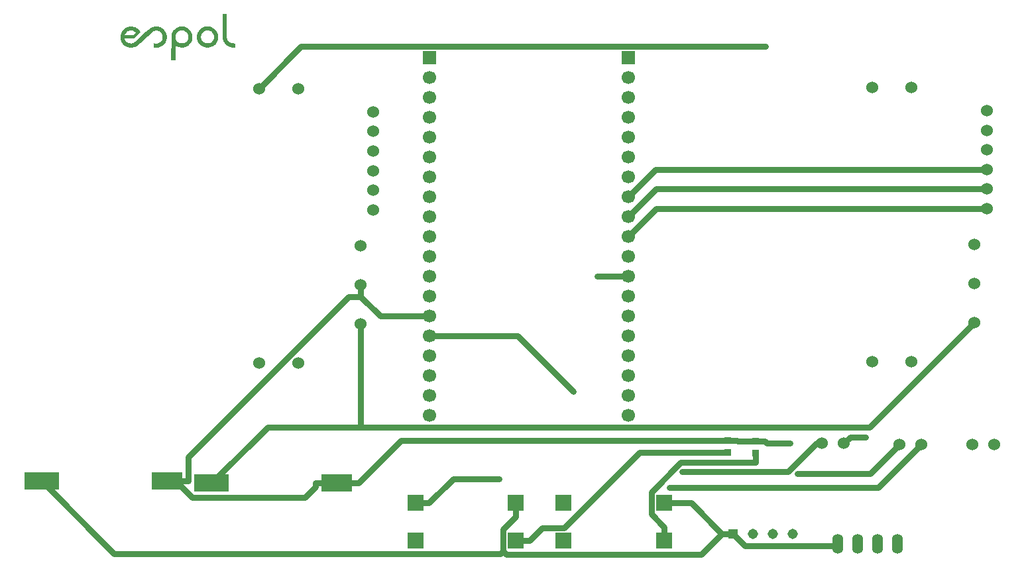
<source format=gtl>
G04 Layer: TopLayer*
G04 EasyEDA v6.5.15, 2022-09-06 17:38:20*
G04 Gerber Generator version 0.2*
G04 Scale: 100 percent, Rotated: No, Reflected: No *
G04 Dimensions in millimeters *
G04 leading zeros omitted , absolute positions ,4 integer and 5 decimal *
%FSLAX45Y45*%
%MOMM*%

%AMMACRO1*21,1,$1,$2,0,0,$3*%
%ADD10C,0.7500*%
%ADD11R,4.0000X2.3000*%
%ADD12R,4.4000X2.3000*%
%ADD13MACRO1,0.864X0.8065X0.0000*%
%ADD14R,0.8640X0.8065*%
%ADD15R,1.3081X1.3081*%
%ADD16C,1.3081*%
%ADD17C,1.7000*%
%ADD18R,1.7000X1.7000*%
%ADD19C,1.5240*%
%ADD20R,2.0000X2.0000*%
%ADD21O,1.39954X2.51968*%
%ADD22C,0.6100*%
%ADD23C,0.0184*%

%LPD*%
G36*
X3365855Y6065723D02*
G01*
X3365957Y5844946D01*
X3366262Y5806389D01*
X3366973Y5776823D01*
X3368243Y5754522D01*
X3369157Y5745632D01*
X3370326Y5737860D01*
X3371646Y5731154D01*
X3373272Y5725210D01*
X3375151Y5719876D01*
X3378504Y5712460D01*
X3381146Y5707634D01*
X3390950Y5692292D01*
X3398520Y5682538D01*
X3406851Y5673547D01*
X3411270Y5669330D01*
X3420618Y5661456D01*
X3430574Y5654446D01*
X3440988Y5648350D01*
X3446373Y5645607D01*
X3457397Y5640832D01*
X3468725Y5637072D01*
X3474465Y5635599D01*
X3486099Y5633364D01*
X3497783Y5632297D01*
X3503625Y5632145D01*
X3529076Y5633313D01*
X3531006Y5684570D01*
X3499662Y5686704D01*
X3493312Y5687466D01*
X3487369Y5688482D01*
X3481832Y5689752D01*
X3476599Y5691276D01*
X3471621Y5693156D01*
X3466846Y5695289D01*
X3462274Y5697778D01*
X3457854Y5700674D01*
X3453485Y5703874D01*
X3449116Y5707532D01*
X3438906Y5717235D01*
X3432657Y5724194D01*
X3430117Y5727903D01*
X3427984Y5732068D01*
X3426104Y5736844D01*
X3424580Y5742533D01*
X3423310Y5749239D01*
X3422294Y5757265D01*
X3421481Y5766816D01*
X3420414Y5791301D01*
X3419957Y5824474D01*
X3419703Y6065723D01*
G37*
G36*
X3174288Y5903518D02*
G01*
X3162757Y5903112D01*
X3151022Y5901791D01*
X3145129Y5900724D01*
X3139186Y5899353D01*
X3133293Y5897676D01*
X3127502Y5895644D01*
X3121710Y5893308D01*
X3116072Y5890615D01*
X3110433Y5887618D01*
X3099409Y5880557D01*
X3093974Y5876493D01*
X3088589Y5872124D01*
X3083255Y5867349D01*
X3072638Y5856833D01*
X3063697Y5846775D01*
X3059988Y5841949D01*
X3056686Y5837123D01*
X3053791Y5832195D01*
X3051149Y5827115D01*
X3048762Y5821629D01*
X3046526Y5815736D01*
X3044444Y5809335D01*
X3040430Y5794451D01*
X3038348Y5783783D01*
X3037636Y5778449D01*
X3037050Y5766562D01*
X3090214Y5766562D01*
X3090265Y5772708D01*
X3090773Y5778906D01*
X3091789Y5785154D01*
X3093313Y5791403D01*
X3094939Y5796280D01*
X3097225Y5801360D01*
X3100070Y5806490D01*
X3103372Y5811672D01*
X3107080Y5816803D01*
X3111144Y5821781D01*
X3115462Y5826506D01*
X3119983Y5830976D01*
X3124606Y5834989D01*
X3129330Y5838596D01*
X3134004Y5841644D01*
X3138576Y5844032D01*
X3143656Y5846013D01*
X3149244Y5847638D01*
X3155188Y5848858D01*
X3161487Y5849772D01*
X3167888Y5850229D01*
X3174441Y5850382D01*
X3180994Y5850128D01*
X3187395Y5849518D01*
X3193592Y5848502D01*
X3199485Y5847181D01*
X3204972Y5845454D01*
X3210001Y5843320D01*
X3214979Y5840730D01*
X3219754Y5837834D01*
X3224225Y5834735D01*
X3228390Y5831382D01*
X3232353Y5827826D01*
X3239363Y5820156D01*
X3242462Y5816041D01*
X3245256Y5811774D01*
X3250031Y5802884D01*
X3251962Y5798261D01*
X3253638Y5793536D01*
X3255010Y5788710D01*
X3256076Y5783834D01*
X3256838Y5778906D01*
X3257346Y5773928D01*
X3257499Y5768949D01*
X3257397Y5763920D01*
X3256991Y5758942D01*
X3256229Y5753963D01*
X3255213Y5749036D01*
X3253892Y5744108D01*
X3252215Y5739282D01*
X3250285Y5734558D01*
X3247999Y5729884D01*
X3245408Y5725312D01*
X3242513Y5720892D01*
X3239312Y5716574D01*
X3235756Y5712409D01*
X3231896Y5708396D01*
X3227679Y5704586D01*
X3223260Y5700979D01*
X3218789Y5697778D01*
X3214217Y5694984D01*
X3209594Y5692597D01*
X3204870Y5690616D01*
X3199942Y5688939D01*
X3194862Y5687669D01*
X3189528Y5686755D01*
X3183940Y5686145D01*
X3178098Y5685891D01*
X3165348Y5686348D01*
X3159048Y5687110D01*
X3152902Y5688330D01*
X3147009Y5689955D01*
X3141268Y5692089D01*
X3135782Y5694578D01*
X3130550Y5697423D01*
X3125571Y5700674D01*
X3120847Y5704281D01*
X3116376Y5708192D01*
X3112262Y5712409D01*
X3108401Y5716879D01*
X3104896Y5721654D01*
X3101695Y5726633D01*
X3098901Y5731865D01*
X3096463Y5737250D01*
X3094380Y5742838D01*
X3092704Y5748578D01*
X3091434Y5754471D01*
X3090621Y5760466D01*
X3090214Y5766562D01*
X3037050Y5766562D01*
X3037433Y5757164D01*
X3037941Y5751880D01*
X3039719Y5741466D01*
X3040888Y5736336D01*
X3043986Y5726226D01*
X3047847Y5716371D01*
X3052572Y5706821D01*
X3058007Y5697626D01*
X3064205Y5688838D01*
X3071063Y5680456D01*
X3078632Y5672632D01*
X3086811Y5665317D01*
X3095599Y5658612D01*
X3100171Y5655462D01*
X3109823Y5649722D01*
X3119932Y5644692D01*
X3130550Y5640425D01*
X3141573Y5636971D01*
X3147263Y5635548D01*
X3158896Y5633415D01*
X3164789Y5632754D01*
X3176524Y5632399D01*
X3182366Y5632602D01*
X3188208Y5633110D01*
X3199688Y5634888D01*
X3205378Y5636158D01*
X3216554Y5639511D01*
X3227425Y5643778D01*
X3237941Y5648960D01*
X3247948Y5655056D01*
X3252825Y5658358D01*
X3262071Y5665622D01*
X3270707Y5673598D01*
X3278682Y5682284D01*
X3285896Y5691632D01*
X3292297Y5701538D01*
X3297783Y5712002D01*
X3300222Y5717438D01*
X3304286Y5728665D01*
X3305962Y5734405D01*
X3307334Y5740298D01*
X3309213Y5752084D01*
X3310128Y5763666D01*
X3310026Y5775045D01*
X3309620Y5780684D01*
X3308096Y5791657D01*
X3305759Y5802325D01*
X3304286Y5807557D01*
X3300679Y5817768D01*
X3296259Y5827522D01*
X3293821Y5832297D01*
X3288334Y5841390D01*
X3282137Y5850077D01*
X3275329Y5858205D01*
X3267913Y5865825D01*
X3259937Y5872784D01*
X3251403Y5879185D01*
X3242360Y5884926D01*
X3232861Y5889904D01*
X3222955Y5894222D01*
X3212693Y5897727D01*
X3202076Y5900470D01*
X3191154Y5902350D01*
X3185566Y5902960D01*
G37*
G36*
X2836062Y5902756D02*
G01*
X2829712Y5902401D01*
X2823819Y5901791D01*
X2818485Y5900877D01*
X2812440Y5899454D01*
X2806446Y5897727D01*
X2800553Y5895695D01*
X2794762Y5893358D01*
X2789072Y5890768D01*
X2783484Y5887923D01*
X2772664Y5881420D01*
X2767482Y5877814D01*
X2757525Y5869889D01*
X2748280Y5861100D01*
X2743962Y5856376D01*
X2735884Y5846368D01*
X2732176Y5841085D01*
X2725470Y5830062D01*
X2722473Y5824321D01*
X2711399Y5801563D01*
X2711242Y5774588D01*
X2763774Y5774588D01*
X2763926Y5779871D01*
X2764485Y5784596D01*
X2765399Y5789117D01*
X2766822Y5793689D01*
X2768701Y5798566D01*
X2773629Y5809132D01*
X2776524Y5813907D01*
X2779674Y5818428D01*
X2783128Y5822645D01*
X2786837Y5826607D01*
X2790799Y5830316D01*
X2795016Y5833719D01*
X2799435Y5836818D01*
X2804007Y5839663D01*
X2808833Y5842152D01*
X2813761Y5844336D01*
X2818841Y5846216D01*
X2824022Y5847791D01*
X2829356Y5849010D01*
X2834741Y5849874D01*
X2840177Y5850432D01*
X2845663Y5850636D01*
X2851200Y5850483D01*
X2856738Y5849924D01*
X2862275Y5849061D01*
X2867761Y5847791D01*
X2873248Y5846114D01*
X2878632Y5844082D01*
X2883916Y5841695D01*
X2888894Y5839002D01*
X2893568Y5836107D01*
X2897936Y5833008D01*
X2902051Y5829655D01*
X2905861Y5826099D01*
X2909417Y5822391D01*
X2912668Y5818479D01*
X2915666Y5814415D01*
X2918358Y5810250D01*
X2920796Y5805881D01*
X2922930Y5801461D01*
X2924810Y5796940D01*
X2926384Y5792317D01*
X2928670Y5782868D01*
X2929839Y5773216D01*
X2929991Y5768390D01*
X2929890Y5763514D01*
X2928823Y5753862D01*
X2927858Y5749137D01*
X2926588Y5744413D01*
X2925064Y5739739D01*
X2921152Y5730748D01*
X2918764Y5726379D01*
X2916123Y5722162D01*
X2913176Y5718048D01*
X2909976Y5714136D01*
X2906420Y5710326D01*
X2902661Y5706770D01*
X2898597Y5703366D01*
X2894228Y5700166D01*
X2889554Y5697220D01*
X2884627Y5694476D01*
X2874162Y5689549D01*
X2869641Y5687974D01*
X2865221Y5686856D01*
X2860598Y5686145D01*
X2855417Y5685840D01*
X2849422Y5685840D01*
X2835503Y5686552D01*
X2829610Y5687110D01*
X2824480Y5687923D01*
X2819857Y5688990D01*
X2815488Y5690412D01*
X2811170Y5692241D01*
X2806750Y5694578D01*
X2796032Y5701284D01*
X2790698Y5705348D01*
X2785872Y5709615D01*
X2781604Y5714136D01*
X2777845Y5718860D01*
X2774543Y5723890D01*
X2771749Y5729173D01*
X2769362Y5734812D01*
X2767482Y5740857D01*
X2766009Y5747207D01*
X2764942Y5754014D01*
X2763875Y5768492D01*
X2763774Y5774588D01*
X2711242Y5774588D01*
X2709468Y5470093D01*
X2763520Y5470093D01*
X2763672Y5610352D01*
X2763977Y5626760D01*
X2764536Y5638850D01*
X2765450Y5647182D01*
X2766110Y5650077D01*
X2766872Y5652211D01*
X2767736Y5653684D01*
X2768752Y5654548D01*
X2769971Y5654802D01*
X2771292Y5654548D01*
X2774594Y5652871D01*
X2778607Y5649925D01*
X2781858Y5647842D01*
X2786024Y5645759D01*
X2791002Y5643626D01*
X2796590Y5641543D01*
X2809138Y5637733D01*
X2822346Y5634583D01*
X2835046Y5632399D01*
X2840837Y5631840D01*
X2845968Y5631637D01*
X2851962Y5631789D01*
X2858058Y5632297D01*
X2864154Y5633110D01*
X2870301Y5634228D01*
X2876397Y5635650D01*
X2888589Y5639358D01*
X2894584Y5641644D01*
X2906369Y5646928D01*
X2917647Y5653227D01*
X2923082Y5656681D01*
X2933344Y5664250D01*
X2938170Y5668314D01*
X2942793Y5672582D01*
X2947111Y5677001D01*
X2951175Y5681624D01*
X2954985Y5686348D01*
X2961792Y5696305D01*
X2967634Y5706618D01*
X2972409Y5717184D01*
X2974441Y5722569D01*
X2977794Y5733440D01*
X2980131Y5744464D01*
X2980994Y5750052D01*
X2981960Y5761177D01*
X2981960Y5772251D01*
X2981096Y5783326D01*
X2979369Y5794197D01*
X2976727Y5804966D01*
X2973273Y5815431D01*
X2968955Y5825591D01*
X2963824Y5835446D01*
X2957880Y5844844D01*
X2951175Y5853734D01*
X2943707Y5862116D01*
X2935427Y5869889D01*
X2926486Y5877052D01*
X2916783Y5883452D01*
X2911652Y5886399D01*
X2900934Y5891631D01*
X2895295Y5893917D01*
X2889808Y5895848D01*
X2883763Y5897524D01*
X2877362Y5898997D01*
X2870606Y5900267D01*
X2863697Y5901283D01*
X2849626Y5902553D01*
G37*
G36*
X2195118Y5900775D02*
G01*
X2180285Y5900369D01*
X2174036Y5899810D01*
X2168347Y5899048D01*
X2163013Y5898032D01*
X2157831Y5896660D01*
X2152700Y5894984D01*
X2141880Y5890514D01*
X2136546Y5887974D01*
X2126437Y5882335D01*
X2117039Y5876137D01*
X2108352Y5869381D01*
X2100376Y5862066D01*
X2093163Y5854293D01*
X2086660Y5846064D01*
X2080869Y5837478D01*
X2075840Y5828538D01*
X2071471Y5819343D01*
X2067864Y5809894D01*
X2065020Y5800191D01*
X2063936Y5795670D01*
X2117598Y5795670D01*
X2118410Y5798820D01*
X2120442Y5803036D01*
X2123490Y5808014D01*
X2127402Y5813501D01*
X2131872Y5819190D01*
X2136749Y5824829D01*
X2141778Y5830062D01*
X2146808Y5834684D01*
X2150821Y5837783D01*
X2155240Y5840526D01*
X2160066Y5842965D01*
X2165197Y5845048D01*
X2170582Y5846775D01*
X2176221Y5848146D01*
X2182012Y5849162D01*
X2187956Y5849823D01*
X2194001Y5850128D01*
X2200046Y5850077D01*
X2206040Y5849620D01*
X2212035Y5848807D01*
X2217877Y5847638D01*
X2223566Y5846064D01*
X2229053Y5844133D01*
X2234285Y5841796D01*
X2243175Y5837224D01*
X2249576Y5833465D01*
X2253640Y5830163D01*
X2255418Y5826912D01*
X2254910Y5823508D01*
X2252268Y5819546D01*
X2247442Y5814720D01*
X2222398Y5793130D01*
X2159406Y5793181D01*
X2140661Y5793587D01*
X2126488Y5794248D01*
X2118614Y5795162D01*
X2117598Y5795670D01*
X2063936Y5795670D01*
X2062886Y5790387D01*
X2061464Y5780481D01*
X2060803Y5770473D01*
X2060905Y5760466D01*
X2061667Y5750509D01*
X2063242Y5740603D01*
X2065528Y5730798D01*
X2068575Y5721197D01*
X2072335Y5711799D01*
X2074468Y5707176D01*
X2079396Y5698185D01*
X2082088Y5693816D01*
X2088134Y5685332D01*
X2091385Y5681218D01*
X2098548Y5673344D01*
X2106422Y5665927D01*
X2115058Y5659018D01*
X2124456Y5652668D01*
X2134565Y5646928D01*
X2145334Y5641949D01*
X2150872Y5639816D01*
X2156561Y5637936D01*
X2168093Y5634990D01*
X2173986Y5633872D01*
X2185924Y5632450D01*
X2191918Y5632094D01*
X2197963Y5631992D01*
X2210003Y5632500D01*
X2221890Y5634024D01*
X2227783Y5635142D01*
X2239314Y5638088D01*
X2244953Y5639917D01*
X2250490Y5642000D01*
X2255926Y5644337D01*
X2266289Y5649620D01*
X2275992Y5655868D01*
X2283358Y5661812D01*
X2313533Y5688279D01*
X2357424Y5728004D01*
X2411171Y5777280D01*
X2437942Y5801258D01*
X2469591Y5828639D01*
X2482545Y5838952D01*
X2485948Y5841187D01*
X2490927Y5843422D01*
X2496413Y5845251D01*
X2502357Y5846724D01*
X2508554Y5847740D01*
X2514955Y5848350D01*
X2521458Y5848553D01*
X2527960Y5848350D01*
X2534310Y5847791D01*
X2540508Y5846775D01*
X2546299Y5845352D01*
X2551734Y5843524D01*
X2556611Y5841288D01*
X2562047Y5838240D01*
X2567076Y5834938D01*
X2571750Y5831535D01*
X2576068Y5827877D01*
X2579979Y5824016D01*
X2583586Y5819952D01*
X2586786Y5815634D01*
X2589631Y5811164D01*
X2592171Y5806389D01*
X2594305Y5801410D01*
X2596134Y5796178D01*
X2597607Y5790692D01*
X2598775Y5784900D01*
X2599588Y5778906D01*
X2600096Y5772556D01*
X2600198Y5758281D01*
X2599994Y5751931D01*
X2599486Y5746597D01*
X2598623Y5741974D01*
X2597353Y5737758D01*
X2595524Y5733542D01*
X2593187Y5729071D01*
X2590139Y5724042D01*
X2586583Y5718708D01*
X2582570Y5713679D01*
X2578201Y5708954D01*
X2573528Y5704586D01*
X2568549Y5700623D01*
X2563368Y5697016D01*
X2557932Y5693765D01*
X2552293Y5690920D01*
X2546502Y5688533D01*
X2540609Y5686602D01*
X2534666Y5685078D01*
X2528671Y5684062D01*
X2522677Y5683504D01*
X2516682Y5683504D01*
X2510739Y5683961D01*
X2504948Y5684977D01*
X2490978Y5688126D01*
X2490978Y5630824D01*
X2531211Y5632754D01*
X2538984Y5633415D01*
X2545689Y5634228D01*
X2551684Y5635396D01*
X2557373Y5636920D01*
X2563114Y5638952D01*
X2575966Y5644642D01*
X2581097Y5647182D01*
X2590800Y5652820D01*
X2599842Y5659018D01*
X2604109Y5662269D01*
X2612085Y5669229D01*
X2619400Y5676646D01*
X2626004Y5684469D01*
X2631897Y5692648D01*
X2637129Y5701182D01*
X2641650Y5709970D01*
X2645460Y5719064D01*
X2648559Y5728360D01*
X2650998Y5737809D01*
X2652725Y5747410D01*
X2653741Y5757062D01*
X2654096Y5766765D01*
X2653741Y5776468D01*
X2652674Y5786170D01*
X2650947Y5795772D01*
X2648508Y5805220D01*
X2645359Y5814568D01*
X2641549Y5823661D01*
X2636977Y5832551D01*
X2631795Y5841136D01*
X2625852Y5849366D01*
X2619248Y5857290D01*
X2611932Y5864758D01*
X2603906Y5871768D01*
X2595219Y5878322D01*
X2585821Y5884316D01*
X2575763Y5889752D01*
X2569718Y5892596D01*
X2564333Y5894832D01*
X2559202Y5896508D01*
X2553766Y5897676D01*
X2547569Y5898438D01*
X2540101Y5898896D01*
X2509520Y5899099D01*
X2500426Y5898794D01*
X2492095Y5898184D01*
X2484272Y5897118D01*
X2476804Y5895441D01*
X2469489Y5893054D01*
X2462022Y5889802D01*
X2454249Y5885586D01*
X2445918Y5880201D01*
X2436825Y5873648D01*
X2426766Y5865672D01*
X2415489Y5856173D01*
X2388565Y5832246D01*
X2285644Y5737707D01*
X2260041Y5714796D01*
X2246376Y5703214D01*
X2236876Y5696000D01*
X2229866Y5691733D01*
X2226767Y5690209D01*
X2220569Y5687872D01*
X2215540Y5686552D01*
X2210155Y5685586D01*
X2204466Y5684977D01*
X2198624Y5684672D01*
X2192680Y5684774D01*
X2186736Y5685180D01*
X2180844Y5685891D01*
X2175103Y5686958D01*
X2169617Y5688380D01*
X2164435Y5690108D01*
X2159660Y5692140D01*
X2153259Y5695746D01*
X2146808Y5700318D01*
X2140458Y5705703D01*
X2134463Y5711596D01*
X2128977Y5717794D01*
X2124252Y5724144D01*
X2120442Y5730392D01*
X2117852Y5736336D01*
X2114448Y5746038D01*
X2236927Y5746292D01*
X2320493Y5825591D01*
X2305507Y5847232D01*
X2298141Y5856579D01*
X2290521Y5864961D01*
X2282545Y5872429D01*
X2274163Y5878931D01*
X2269845Y5881878D01*
X2265426Y5884570D01*
X2256180Y5889294D01*
X2246426Y5893206D01*
X2236114Y5896254D01*
X2225243Y5898489D01*
X2219553Y5899353D01*
X2207666Y5900420D01*
G37*
D10*
X13125322Y3573348D02*
G01*
X8905290Y3573348D01*
X8546617Y3214674D01*
X13125322Y3823360D02*
G01*
X8901302Y3823360D01*
X8546617Y3468674D01*
X13125322Y4073347D02*
G01*
X8897289Y4073347D01*
X8546617Y3722674D01*
X12965328Y2113356D02*
G01*
X11630202Y778230D01*
X5129911Y778230D01*
X5129911Y2099106D02*
G01*
X5129911Y778230D01*
X5129911Y778230D02*
G01*
X3940632Y778230D01*
X3225901Y63500D01*
X9003817Y-188950D02*
G01*
X9352254Y-188950D01*
X9745954Y-582650D01*
X9886416Y-582650D02*
G01*
X9745954Y-582650D01*
X11226317Y-709650D02*
G01*
X11203076Y-732891D01*
X10036657Y-732891D01*
X9886416Y-582650D01*
X7111517Y-188950D02*
G01*
X7111517Y-364007D01*
X1054201Y88900D02*
G01*
X1980133Y-837031D01*
X6915886Y-837031D01*
X6948830Y-804087D01*
X7111517Y-364007D02*
G01*
X6948830Y-526694D01*
X6948830Y-804087D01*
X6948830Y-804087D02*
G01*
X6992010Y-847267D01*
X9481337Y-847267D01*
X9745954Y-582650D01*
X6895109Y118922D02*
G01*
X6311747Y118922D01*
X6003874Y-188950D01*
X5828817Y-188950D02*
G01*
X6003874Y-188950D01*
X8546617Y2706674D02*
G01*
X8150936Y2706674D01*
X9237903Y208076D02*
G01*
X10590326Y208076D01*
X10953750Y571500D01*
X11023600Y571500D01*
X7286574Y-671550D02*
G01*
X7449261Y-508863D01*
X7726883Y-508863D01*
X8695359Y459612D01*
X9816617Y459612D01*
X7111517Y-671550D02*
G01*
X7286574Y-671550D01*
X9003817Y-671550D02*
G01*
X9003817Y-496493D01*
X10172217Y446912D02*
G01*
X10172217Y331546D01*
X10172217Y331546D02*
G01*
X9219768Y331546D01*
X8841130Y-47091D01*
X8841130Y-333806D01*
X9003817Y-496493D01*
X6006617Y1944674D02*
G01*
X7134326Y1944674D01*
X7847202Y1231798D01*
X3829888Y5109108D02*
G01*
X4369130Y5648350D01*
X10305364Y5648350D01*
X11303000Y571500D02*
G01*
X11383619Y652119D01*
X11582628Y652119D01*
X11582628Y652145D01*
X12293600Y558800D02*
G01*
X11745010Y10210D01*
X9076740Y10210D01*
X10706176Y182321D02*
G01*
X11637721Y182321D01*
X12014200Y558800D01*
X5129911Y2599105D02*
G01*
X5129911Y2447315D01*
X6006617Y2198674D02*
G01*
X5378551Y2198674D01*
X5129911Y2447315D01*
X5129911Y2447315D02*
G01*
X4979644Y2447315D01*
X2929254Y396925D01*
X2929254Y88900D01*
X9875748Y610285D02*
G01*
X9934879Y610285D01*
X10172217Y597585D02*
G01*
X9947579Y597585D01*
X9934879Y610285D01*
X10290479Y597585D02*
G01*
X10316463Y571601D01*
X10612983Y571601D01*
X10172217Y597585D02*
G01*
X10290479Y597585D01*
X9875748Y610285D02*
G01*
X9816617Y610285D01*
X9816617Y610285D02*
G01*
X5647740Y610285D01*
X5100954Y63500D01*
X4825898Y63500D02*
G01*
X5100954Y63500D01*
X2654198Y88900D02*
G01*
X2791739Y88900D01*
X2791739Y88900D02*
G01*
X2929254Y88900D01*
X2791739Y88900D02*
G01*
X2791739Y64236D01*
X2973704Y-117729D01*
X4414951Y-117729D01*
X4550841Y18161D01*
X4550841Y63500D01*
X4825898Y63500D02*
G01*
X4550841Y63500D01*
D11*
G01*
X2654198Y88900D03*
D12*
G01*
X1054201Y88900D03*
D11*
G01*
X4825898Y63500D03*
D12*
G01*
X3225901Y63500D03*
D13*
G01*
X9816614Y610274D03*
D14*
G01*
X9816614Y459612D03*
D13*
G01*
X10172214Y597574D03*
D14*
G01*
X10172214Y446912D03*
D15*
G01*
X9886414Y-582650D03*
D16*
G01*
X10140414Y-582650D03*
G01*
X10394414Y-582650D03*
G01*
X10648414Y-582650D03*
D17*
G01*
X8546614Y5246662D03*
G01*
X8546614Y4992662D03*
G01*
X8546614Y4738662D03*
G01*
X8546614Y4484662D03*
G01*
X8546614Y4230662D03*
G01*
X8546614Y3976662D03*
G01*
X8546614Y3722662D03*
G01*
X8546614Y3468662D03*
G01*
X8546614Y3214662D03*
G01*
X8546614Y2960662D03*
G01*
X8546614Y2706662D03*
G01*
X8546614Y2452662D03*
G01*
X8546614Y2198662D03*
G01*
X8546614Y1944662D03*
G01*
X8546614Y1690662D03*
G01*
X6006614Y4992662D03*
G01*
X6006614Y4738662D03*
G01*
X6006614Y4484662D03*
G01*
X6006614Y4230662D03*
G01*
X6006614Y3976662D03*
G01*
X6006614Y3722662D03*
G01*
X6006614Y3468662D03*
G01*
X6006614Y3214662D03*
G01*
X6006614Y2960662D03*
G01*
X6006614Y2706662D03*
G01*
X6006614Y2452662D03*
G01*
X6006614Y2198662D03*
G01*
X6006614Y1944662D03*
G01*
X6006614Y1690662D03*
G01*
X6006614Y5246662D03*
G01*
X8546614Y1436662D03*
G01*
X8546614Y1182662D03*
D18*
G01*
X8546614Y5500636D03*
G01*
X6006614Y5500636D03*
D17*
G01*
X6006614Y1436662D03*
G01*
X6006614Y1182662D03*
G01*
X8546614Y928662D03*
G01*
X6006614Y928662D03*
D19*
G01*
X4329887Y5109108D03*
G01*
X3829888Y5109108D03*
G01*
X4329887Y1599107D03*
G01*
X3829888Y1599107D03*
G01*
X5129911Y2099106D03*
G01*
X5129911Y2599105D03*
G01*
X5129911Y3099104D03*
G01*
X5289905Y4809109D03*
G01*
X5289905Y4559096D03*
G01*
X5289905Y4309110D03*
G01*
X5289905Y4059097D03*
G01*
X5289905Y3809111D03*
G01*
X5289905Y3559098D03*
G01*
X12165302Y5123357D03*
G01*
X11665303Y5123357D03*
G01*
X12165302Y1613357D03*
G01*
X11665303Y1613357D03*
G01*
X12965325Y2113356D03*
G01*
X12965325Y2613355D03*
G01*
X12965325Y3113354D03*
G01*
X13125320Y4823358D03*
G01*
X13125320Y4573346D03*
G01*
X13125320Y4323359D03*
G01*
X13125320Y4073347D03*
G01*
X13125320Y3823360D03*
G01*
X13125320Y3573348D03*
G01*
X11303000Y571500D03*
G01*
X11023600Y571500D03*
G01*
X12293600Y558800D03*
G01*
X12014200Y558800D03*
G01*
X13220700Y558800D03*
G01*
X12941300Y558800D03*
D20*
G01*
X7111514Y-671550D03*
G01*
X7111514Y-188950D03*
G01*
X5828814Y-188950D03*
G01*
X5828814Y-671550D03*
G01*
X9003814Y-671550D03*
G01*
X9003814Y-188950D03*
G01*
X7721114Y-188950D03*
G01*
X7721114Y-671550D03*
D21*
G01*
X11226314Y-709650D03*
G01*
X11480314Y-709650D03*
G01*
X11734314Y-709650D03*
G01*
X11988314Y-709650D03*
D22*
G01*
X10612983Y571601D03*
G01*
X10706176Y182321D03*
G01*
X9076740Y10210D03*
G01*
X11582628Y652145D03*
G01*
X10305364Y5648350D03*
G01*
X7847202Y1231798D03*
G01*
X9237903Y208076D03*
G01*
X6895109Y118922D03*
G01*
X8150936Y2706674D03*
M02*

</source>
